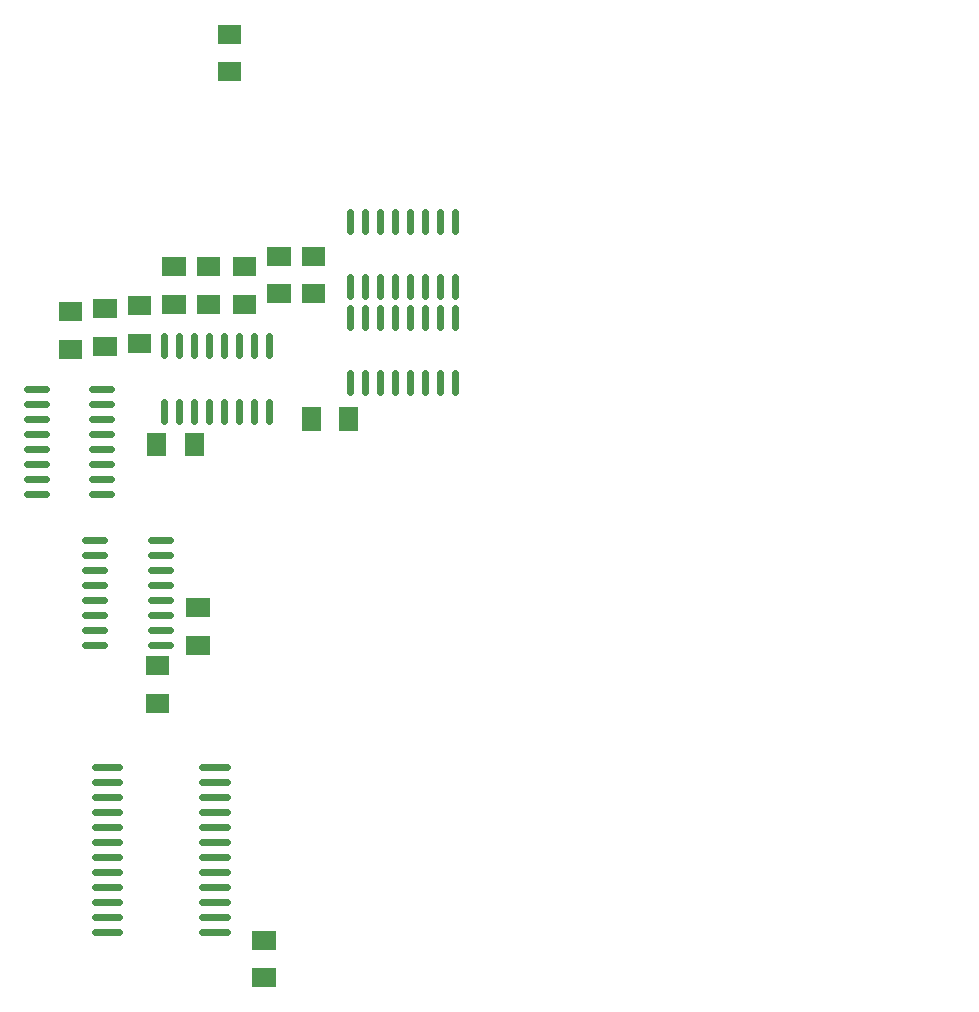
<source format=gbp>
G04 Layer: BottomPasteMaskLayer*
G04 EasyEDA v6.4.17, 2021-03-22T15:56:55+00:00*
G04 658c0ce66da44e4f8c80b51cc6799b00,637d308c6d204718a186f4f1e4ce3e04,10*
G04 Gerber Generator version 0.2*
G04 Scale: 100 percent, Rotated: No, Reflected: No *
G04 Dimensions in millimeters *
G04 leading zeros omitted , absolute positions ,4 integer and 5 decimal *
%FSLAX45Y45*%
%MOMM*%

%ADD12C,0.6000*%
%ADD24C,0.1000*%

%LPD*%
D12*
X2206401Y-7404100D02*
G01*
X2416401Y-7404100D01*
X2206401Y-7531100D02*
G01*
X2416401Y-7531100D01*
X2206401Y-7658100D02*
G01*
X2416401Y-7658100D01*
X2206401Y-7785100D02*
G01*
X2416401Y-7785100D01*
X2206401Y-7912100D02*
G01*
X2416401Y-7912100D01*
X2206401Y-8039100D02*
G01*
X2416401Y-8039100D01*
X2206401Y-8166100D02*
G01*
X2416401Y-8166100D01*
X2206401Y-8293100D02*
G01*
X2416401Y-8293100D01*
X2206401Y-8420100D02*
G01*
X2416401Y-8420100D01*
X2206401Y-8547100D02*
G01*
X2416401Y-8547100D01*
X2206401Y-8674100D02*
G01*
X2416401Y-8674100D01*
X2206401Y-8801100D02*
G01*
X2416401Y-8801100D01*
X1296421Y-7404100D02*
G01*
X1506420Y-7404100D01*
X1296421Y-7531100D02*
G01*
X1506420Y-7531100D01*
X1296421Y-7658100D02*
G01*
X1506420Y-7658100D01*
X1296421Y-7785100D02*
G01*
X1506420Y-7785100D01*
X1296421Y-7912100D02*
G01*
X1506420Y-7912100D01*
X1296421Y-8039100D02*
G01*
X1506420Y-8039100D01*
X1296421Y-8166100D02*
G01*
X1506420Y-8166100D01*
X1296421Y-8293100D02*
G01*
X1506420Y-8293100D01*
X1296421Y-8420100D02*
G01*
X1506420Y-8420100D01*
X1296421Y-8547100D02*
G01*
X1506420Y-8547100D01*
X1296421Y-8674100D02*
G01*
X1506420Y-8674100D01*
X1296421Y-8801100D02*
G01*
X1506420Y-8801100D01*
X1217940Y-6375400D02*
G01*
X1377939Y-6375400D01*
X1217940Y-6248400D02*
G01*
X1377939Y-6248400D01*
X1217940Y-6121400D02*
G01*
X1377939Y-6121400D01*
X1217940Y-5994400D02*
G01*
X1377939Y-5994400D01*
X1217940Y-5867400D02*
G01*
X1377939Y-5867400D01*
X1217940Y-5740400D02*
G01*
X1377939Y-5740400D01*
X1217940Y-5613400D02*
G01*
X1377939Y-5613400D01*
X1217940Y-5486400D02*
G01*
X1377939Y-5486400D01*
X1771660Y-6375400D02*
G01*
X1931659Y-6375400D01*
X1771660Y-6248400D02*
G01*
X1931659Y-6248400D01*
X1771660Y-6121400D02*
G01*
X1931659Y-6121400D01*
X1771660Y-5994400D02*
G01*
X1931659Y-5994400D01*
X1771660Y-5867400D02*
G01*
X1931659Y-5867400D01*
X1771660Y-5740400D02*
G01*
X1931659Y-5740400D01*
X1771660Y-5613400D02*
G01*
X1931659Y-5613400D01*
X1771660Y-5486400D02*
G01*
X1931659Y-5486400D01*
X1436359Y-4203700D02*
G01*
X1276360Y-4203700D01*
X1436359Y-4330700D02*
G01*
X1276360Y-4330700D01*
X1436359Y-4457700D02*
G01*
X1276360Y-4457700D01*
X1436359Y-4584700D02*
G01*
X1276360Y-4584700D01*
X1436359Y-4711700D02*
G01*
X1276360Y-4711700D01*
X1436359Y-4838700D02*
G01*
X1276360Y-4838700D01*
X1436359Y-4965700D02*
G01*
X1276360Y-4965700D01*
X1436359Y-5092700D02*
G01*
X1276360Y-5092700D01*
X882639Y-4203700D02*
G01*
X722640Y-4203700D01*
X882639Y-4330700D02*
G01*
X722640Y-4330700D01*
X882639Y-4457700D02*
G01*
X722640Y-4457700D01*
X882639Y-4584700D02*
G01*
X722640Y-4584700D01*
X882639Y-4711700D02*
G01*
X722640Y-4711700D01*
X882639Y-4838700D02*
G01*
X722640Y-4838700D01*
X882639Y-4965700D02*
G01*
X722640Y-4965700D01*
X882639Y-5092700D02*
G01*
X722640Y-5092700D01*
X4343400Y-3417559D02*
G01*
X4343400Y-3257560D01*
X4216400Y-3417559D02*
G01*
X4216400Y-3257560D01*
X4089400Y-3417559D02*
G01*
X4089400Y-3257560D01*
X3962400Y-3417559D02*
G01*
X3962400Y-3257560D01*
X3835400Y-3417559D02*
G01*
X3835400Y-3257560D01*
X3708400Y-3417559D02*
G01*
X3708400Y-3257560D01*
X3581400Y-3417559D02*
G01*
X3581400Y-3257560D01*
X3454400Y-3417559D02*
G01*
X3454400Y-3257560D01*
X4343400Y-2863839D02*
G01*
X4343400Y-2703840D01*
X4216400Y-2863839D02*
G01*
X4216400Y-2703840D01*
X4089400Y-2863839D02*
G01*
X4089400Y-2703840D01*
X3962400Y-2863839D02*
G01*
X3962400Y-2703840D01*
X3835400Y-2863839D02*
G01*
X3835400Y-2703840D01*
X3708400Y-2863839D02*
G01*
X3708400Y-2703840D01*
X3581400Y-2863839D02*
G01*
X3581400Y-2703840D01*
X3454400Y-2863839D02*
G01*
X3454400Y-2703840D01*
X3454400Y-3516640D02*
G01*
X3454400Y-3676639D01*
X3581400Y-3516640D02*
G01*
X3581400Y-3676639D01*
X3708400Y-3516640D02*
G01*
X3708400Y-3676639D01*
X3835400Y-3516640D02*
G01*
X3835400Y-3676639D01*
X3962400Y-3516640D02*
G01*
X3962400Y-3676639D01*
X4089400Y-3516640D02*
G01*
X4089400Y-3676639D01*
X4216400Y-3516640D02*
G01*
X4216400Y-3676639D01*
X4343400Y-3516640D02*
G01*
X4343400Y-3676639D01*
X3454400Y-4070360D02*
G01*
X3454400Y-4230359D01*
X3581400Y-4070360D02*
G01*
X3581400Y-4230359D01*
X3708400Y-4070360D02*
G01*
X3708400Y-4230359D01*
X3835400Y-4070360D02*
G01*
X3835400Y-4230359D01*
X3962400Y-4070360D02*
G01*
X3962400Y-4230359D01*
X4089400Y-4070360D02*
G01*
X4089400Y-4230359D01*
X4216400Y-4070360D02*
G01*
X4216400Y-4230359D01*
X4343400Y-4070360D02*
G01*
X4343400Y-4230359D01*
X1879600Y-3757940D02*
G01*
X1879600Y-3917939D01*
X2006600Y-3757940D02*
G01*
X2006600Y-3917939D01*
X2133600Y-3757940D02*
G01*
X2133600Y-3917939D01*
X2260600Y-3757940D02*
G01*
X2260600Y-3917939D01*
X2387600Y-3757940D02*
G01*
X2387600Y-3917939D01*
X2514600Y-3757940D02*
G01*
X2514600Y-3917939D01*
X2641600Y-3757940D02*
G01*
X2641600Y-3917939D01*
X2768600Y-3757940D02*
G01*
X2768600Y-3917939D01*
X1879600Y-4311660D02*
G01*
X1879600Y-4471659D01*
X2006600Y-4311660D02*
G01*
X2006600Y-4471659D01*
X2133600Y-4311660D02*
G01*
X2133600Y-4471659D01*
X2260600Y-4311660D02*
G01*
X2260600Y-4471659D01*
X2387600Y-4311660D02*
G01*
X2387600Y-4471659D01*
X2514600Y-4311660D02*
G01*
X2514600Y-4471659D01*
X2641600Y-4311660D02*
G01*
X2641600Y-4471659D01*
X2768600Y-4311660D02*
G01*
X2768600Y-4471659D01*
D24*
G01*
X8585200Y-6819900D03*
G36*
X2630500Y-8789690D02*
G01*
X2630500Y-8949710D01*
X2830499Y-8949710D01*
X2830499Y-8789690D01*
G37*
G36*
X2630500Y-9109689D02*
G01*
X2630500Y-9269709D01*
X2830499Y-9269709D01*
X2830499Y-9109689D01*
G37*
G36*
X3049290Y-4557699D02*
G01*
X3209310Y-4557699D01*
X3209310Y-4357700D01*
X3049290Y-4357700D01*
G37*
G36*
X3369289Y-4557699D02*
G01*
X3529309Y-4557699D01*
X3529309Y-4357700D01*
X3369289Y-4357700D01*
G37*
G36*
X1928799Y-6945609D02*
G01*
X1928799Y-6785589D01*
X1728800Y-6785589D01*
X1728800Y-6945609D01*
G37*
G36*
X1928799Y-6625610D02*
G01*
X1928799Y-6465590D01*
X1728800Y-6465590D01*
X1728800Y-6625610D01*
G37*
G36*
X2271699Y-6455415D02*
G01*
X2271699Y-6295395D01*
X2071700Y-6295395D01*
X2071700Y-6455415D01*
G37*
G36*
X2271699Y-6135415D02*
G01*
X2271699Y-5975395D01*
X2071700Y-5975395D01*
X2071700Y-6135415D01*
G37*
G36*
X1284300Y-3442990D02*
G01*
X1284300Y-3603010D01*
X1484299Y-3603010D01*
X1484299Y-3442990D01*
G37*
G36*
X1284300Y-3762989D02*
G01*
X1284300Y-3923009D01*
X1484299Y-3923009D01*
X1484299Y-3762989D01*
G37*
G36*
X3049600Y-2998490D02*
G01*
X3049600Y-3158510D01*
X3249599Y-3158510D01*
X3249599Y-2998490D01*
G37*
G36*
X3049600Y-3318489D02*
G01*
X3049600Y-3478509D01*
X3249599Y-3478509D01*
X3249599Y-3318489D01*
G37*
G36*
X1576400Y-3417590D02*
G01*
X1576400Y-3577610D01*
X1776399Y-3577610D01*
X1776399Y-3417590D01*
G37*
G36*
X1576400Y-3737589D02*
G01*
X1576400Y-3897609D01*
X1776399Y-3897609D01*
X1776399Y-3737589D01*
G37*
G36*
X1868500Y-3087390D02*
G01*
X1868500Y-3247410D01*
X2068499Y-3247410D01*
X2068499Y-3087390D01*
G37*
G36*
X1868500Y-3407389D02*
G01*
X1868500Y-3567409D01*
X2068499Y-3567409D01*
X2068499Y-3407389D01*
G37*
G36*
X2160600Y-3087390D02*
G01*
X2160600Y-3247410D01*
X2360599Y-3247410D01*
X2360599Y-3087390D01*
G37*
G36*
X2160600Y-3407389D02*
G01*
X2160600Y-3567409D01*
X2360599Y-3567409D01*
X2360599Y-3407389D01*
G37*
G36*
X2465400Y-3087390D02*
G01*
X2465400Y-3247410D01*
X2665399Y-3247410D01*
X2665399Y-3087390D01*
G37*
G36*
X2465400Y-3407389D02*
G01*
X2465400Y-3567409D01*
X2665399Y-3567409D01*
X2665399Y-3407389D01*
G37*
G36*
X2757500Y-2998490D02*
G01*
X2757500Y-3158510D01*
X2957499Y-3158510D01*
X2957499Y-2998490D01*
G37*
G36*
X2757500Y-3318489D02*
G01*
X2757500Y-3478509D01*
X2957499Y-3478509D01*
X2957499Y-3318489D01*
G37*
G36*
X992200Y-3468390D02*
G01*
X992200Y-3628410D01*
X1192199Y-3628410D01*
X1192199Y-3468390D01*
G37*
G36*
X992200Y-3788389D02*
G01*
X992200Y-3948409D01*
X1192199Y-3948409D01*
X1192199Y-3788389D01*
G37*
G36*
X2221209Y-4573600D02*
G01*
X2061189Y-4573600D01*
X2061189Y-4773599D01*
X2221209Y-4773599D01*
G37*
G36*
X1901210Y-4573600D02*
G01*
X1741190Y-4573600D01*
X1741190Y-4773599D01*
X1901210Y-4773599D01*
G37*
G36*
X2538399Y-1598909D02*
G01*
X2538399Y-1438889D01*
X2338400Y-1438889D01*
X2338400Y-1598909D01*
G37*
G36*
X2538399Y-1278910D02*
G01*
X2538399Y-1118890D01*
X2338400Y-1118890D01*
X2338400Y-1278910D01*
G37*
M02*

</source>
